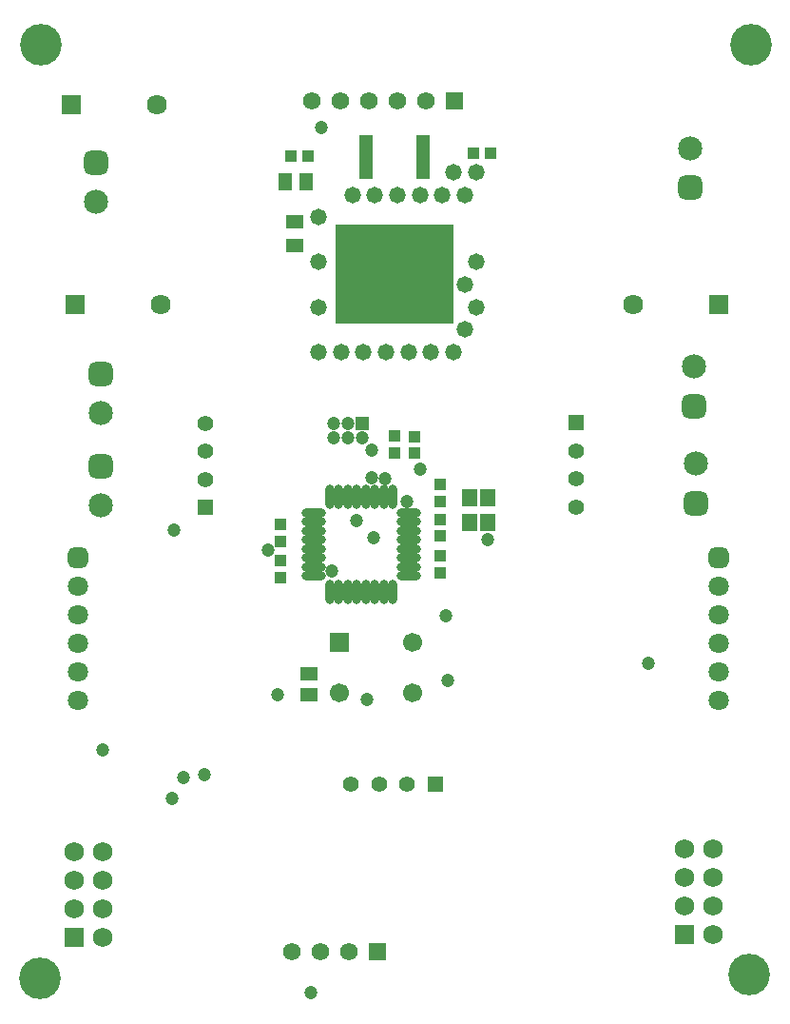
<source format=gts>
G04*
G04 #@! TF.GenerationSoftware,Altium Limited,Altium Designer,23.1.1 (15)*
G04*
G04 Layer_Color=8388736*
%FSLAX44Y44*%
%MOMM*%
G71*
G04*
G04 #@! TF.SameCoordinates,DFD0DF4F-A88A-4072-B725-2B201FFE6AA2*
G04*
G04*
G04 #@! TF.FilePolarity,Negative*
G04*
G01*
G75*
%ADD26R,10.5732X8.7632*%
%ADD27R,1.2232X3.9432*%
%ADD28R,1.2132X1.5832*%
%ADD29R,1.3532X1.6032*%
%ADD30R,1.0032X1.0032*%
%ADD31R,1.5032X1.3032*%
%ADD32R,1.0032X1.0032*%
%ADD33O,0.8032X2.1532*%
%ADD34O,2.1532X0.8032*%
%ADD35R,1.5832X1.2132*%
%ADD36R,1.4000X1.4000*%
%ADD37C,1.4000*%
%ADD38R,1.5700X1.5700*%
%ADD39C,1.5700*%
%ADD40C,1.7532*%
%ADD41R,1.7532X1.7532*%
%ADD42C,1.5732*%
%ADD43R,1.5732X1.5732*%
%ADD44C,1.7012*%
%ADD45R,1.7012X1.7012*%
%ADD46C,1.7832*%
%ADD47R,1.7832X1.7832*%
%ADD48C,1.8032*%
G04:AMPARAMS|DCode=49|XSize=1.8032mm|YSize=1.8032mm|CornerRadius=0.5016mm|HoleSize=0mm|Usage=FLASHONLY|Rotation=270.000|XOffset=0mm|YOffset=0mm|HoleType=Round|Shape=RoundedRectangle|*
%AMROUNDEDRECTD49*
21,1,1.8032,0.8000,0,0,270.0*
21,1,0.8000,1.8032,0,0,270.0*
1,1,1.0032,-0.4000,-0.4000*
1,1,1.0032,-0.4000,0.4000*
1,1,1.0032,0.4000,0.4000*
1,1,1.0032,0.4000,-0.4000*
%
%ADD49ROUNDEDRECTD49*%
%ADD50C,2.1532*%
G04:AMPARAMS|DCode=51|XSize=2.1532mm|YSize=2.1532mm|CornerRadius=0.5891mm|HoleSize=0mm|Usage=FLASHONLY|Rotation=270.000|XOffset=0mm|YOffset=0mm|HoleType=Round|Shape=RoundedRectangle|*
%AMROUNDEDRECTD51*
21,1,2.1532,0.9750,0,0,270.0*
21,1,0.9750,2.1532,0,0,270.0*
1,1,1.1782,-0.4875,-0.4875*
1,1,1.1782,-0.4875,0.4875*
1,1,1.1782,0.4875,0.4875*
1,1,1.1782,0.4875,-0.4875*
%
%ADD51ROUNDEDRECTD51*%
%ADD52R,1.4000X1.4000*%
%ADD53C,3.7032*%
%ADD54R,1.2032X1.2032*%
%ADD55C,1.2032*%
%ADD56C,1.4732*%
D26*
X567690Y869320D02*
D03*
D27*
X542290Y973420D02*
D03*
X593090D02*
D03*
D28*
X469950Y951230D02*
D03*
X488950D02*
D03*
D29*
X634620Y670130D02*
D03*
Y648130D02*
D03*
X650620D02*
D03*
Y670130D02*
D03*
D30*
X652780Y976630D02*
D03*
X637780D02*
D03*
X490100Y974344D02*
D03*
X475100D02*
D03*
D31*
X478790Y916010D02*
D03*
Y895010D02*
D03*
D32*
X567690Y725050D02*
D03*
Y710050D02*
D03*
X585470Y709930D02*
D03*
Y724930D02*
D03*
X608330Y666990D02*
D03*
Y681990D02*
D03*
Y636270D02*
D03*
Y651270D02*
D03*
X466090Y631310D02*
D03*
Y646310D02*
D03*
X608330Y603490D02*
D03*
Y618490D02*
D03*
X466090Y614560D02*
D03*
Y599560D02*
D03*
D33*
X565890Y586470D02*
D03*
X557890D02*
D03*
X549890D02*
D03*
X541890D02*
D03*
X533890D02*
D03*
X525890D02*
D03*
X517890D02*
D03*
X509890D02*
D03*
Y671470D02*
D03*
X517890D02*
D03*
X525890D02*
D03*
X533890D02*
D03*
X541890D02*
D03*
X549890D02*
D03*
X557890D02*
D03*
X565890D02*
D03*
D34*
X495390Y600970D02*
D03*
Y608970D02*
D03*
Y616970D02*
D03*
Y624970D02*
D03*
Y632970D02*
D03*
Y640970D02*
D03*
Y648970D02*
D03*
Y656970D02*
D03*
X580390D02*
D03*
Y648970D02*
D03*
Y640970D02*
D03*
Y632970D02*
D03*
Y624970D02*
D03*
Y616970D02*
D03*
Y608970D02*
D03*
Y600970D02*
D03*
D35*
X491490Y513690D02*
D03*
Y494690D02*
D03*
D36*
X603920Y415120D02*
D03*
D37*
X578920D02*
D03*
X553920D02*
D03*
X528920D02*
D03*
X728980Y662070D02*
D03*
Y687070D02*
D03*
Y712070D02*
D03*
X398780Y686600D02*
D03*
Y711600D02*
D03*
Y736600D02*
D03*
D38*
X552450Y266700D02*
D03*
D39*
X527050D02*
D03*
X501650D02*
D03*
X476250D02*
D03*
D40*
X281940Y304800D02*
D03*
Y330200D02*
D03*
Y355600D02*
D03*
X307340Y279400D02*
D03*
Y304800D02*
D03*
Y330200D02*
D03*
Y355600D02*
D03*
X850900Y358140D02*
D03*
Y332740D02*
D03*
Y307340D02*
D03*
Y281940D02*
D03*
X825500Y358140D02*
D03*
Y332740D02*
D03*
Y307340D02*
D03*
D41*
X281940Y279400D02*
D03*
X825500Y281940D02*
D03*
D42*
X494030Y1023620D02*
D03*
X519430D02*
D03*
X544830D02*
D03*
X570230D02*
D03*
X595630D02*
D03*
D43*
X621030D02*
D03*
D44*
X583680Y496930D02*
D03*
X518680D02*
D03*
X583680Y541930D02*
D03*
D45*
X518680D02*
D03*
D46*
X779780Y842010D02*
D03*
X359410D02*
D03*
X355600Y1019810D02*
D03*
D47*
X855980Y842010D02*
D03*
X283210D02*
D03*
X279400Y1019810D02*
D03*
D48*
X285750Y490220D02*
D03*
Y515620D02*
D03*
Y566420D02*
D03*
Y591820D02*
D03*
Y541020D02*
D03*
X855980Y490220D02*
D03*
Y515620D02*
D03*
Y566420D02*
D03*
Y591820D02*
D03*
Y541020D02*
D03*
D49*
X285750Y617220D02*
D03*
X855980D02*
D03*
D50*
X306070Y663500D02*
D03*
X305610Y745770D02*
D03*
X834390Y786840D02*
D03*
X830580Y981150D02*
D03*
X301800Y933730D02*
D03*
X835660Y700480D02*
D03*
D51*
X306070Y698500D02*
D03*
X305610Y780770D02*
D03*
X834390Y751840D02*
D03*
X830580Y946150D02*
D03*
X301800Y968730D02*
D03*
X835660Y665480D02*
D03*
D52*
X728980Y737070D02*
D03*
X398780Y661600D02*
D03*
D53*
X883590Y246446D02*
D03*
X251460Y242570D02*
D03*
X884860Y1073216D02*
D03*
X252730Y1073150D02*
D03*
D54*
X538480Y736600D02*
D03*
D55*
Y723900D02*
D03*
X525780Y736600D02*
D03*
Y723900D02*
D03*
X513080Y736600D02*
D03*
Y723900D02*
D03*
X397811Y424180D02*
D03*
X379937Y421640D02*
D03*
X369570Y402590D02*
D03*
X307340Y445770D02*
D03*
X370793Y641350D02*
D03*
X492760Y229870D02*
D03*
X793750Y523240D02*
D03*
X502630Y999780D02*
D03*
X614680Y508000D02*
D03*
X548640Y634492D02*
D03*
X512064Y604774D02*
D03*
X533890Y650222D02*
D03*
X542575Y490443D02*
D03*
X612996Y565360D02*
D03*
X455168Y623570D02*
D03*
X463042Y494690D02*
D03*
X547624Y688340D02*
D03*
X578151Y667004D02*
D03*
X650620Y633476D02*
D03*
X590550Y695960D02*
D03*
X559054Y687070D02*
D03*
X547624Y712724D02*
D03*
D56*
X640000Y960001D02*
D03*
Y880001D02*
D03*
Y840001D02*
D03*
X620000Y960001D02*
D03*
X630000Y940001D02*
D03*
Y860001D02*
D03*
Y820000D02*
D03*
X620000Y800000D02*
D03*
X610000Y940001D02*
D03*
X600000Y800000D02*
D03*
X590000Y940001D02*
D03*
X580000Y800000D02*
D03*
X570000Y940001D02*
D03*
X560000Y800000D02*
D03*
X550000Y940001D02*
D03*
X540000Y800000D02*
D03*
X530000Y940001D02*
D03*
X520000Y800000D02*
D03*
X500000Y920001D02*
D03*
Y880001D02*
D03*
Y840001D02*
D03*
Y800000D02*
D03*
M02*

</source>
